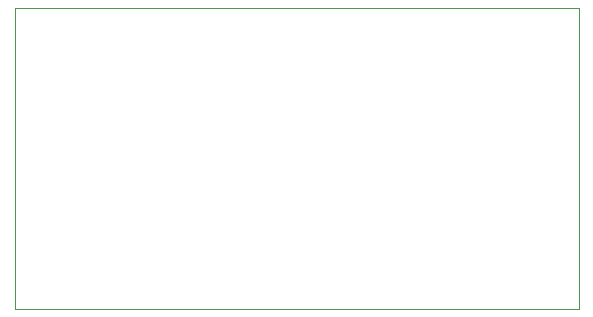
<source format=gko>
%FSLAX25Y25*%
%MOIN*%
G70*
G01*
G75*
G04 Layer_Color=16711935*
%ADD10R,0.02165X0.03740*%
%ADD11R,0.04400X0.05700*%
%ADD12R,0.06890X0.05709*%
%ADD13O,0.02953X0.01181*%
%ADD14R,0.05700X0.04400*%
%ADD15R,0.03937X0.02756*%
%ADD16R,0.02600X0.03800*%
%ADD17R,0.05709X0.05709*%
%ADD18R,0.00984X0.01969*%
%ADD19R,0.01181X0.01969*%
%ADD20R,0.01969X0.00984*%
%ADD21R,0.01969X0.01181*%
%ADD22R,0.08465X0.06299*%
%ADD23O,0.00945X0.02362*%
%ADD24R,0.02200X0.02400*%
%ADD25R,0.17700X0.07100*%
%ADD26R,0.07100X0.14200*%
%ADD27R,0.02400X0.02200*%
%ADD28R,0.05906X0.05906*%
%ADD29R,0.05906X0.04724*%
%ADD30C,0.00800*%
%ADD31C,0.00787*%
%ADD32C,0.01969*%
%ADD33C,0.01181*%
%ADD34C,0.03937*%
%ADD35C,0.02378*%
%ADD36C,0.05906*%
%ADD37R,0.05906X0.05906*%
%ADD38C,0.00984*%
%ADD39C,0.00394*%
%ADD40C,0.00600*%
%ADD41C,0.01000*%
%ADD42R,0.03365X0.04940*%
%ADD43R,0.05600X0.06900*%
%ADD44R,0.08090X0.06909*%
%ADD45O,0.04153X0.02381*%
%ADD46R,0.06900X0.05600*%
%ADD47R,0.05137X0.03956*%
%ADD48R,0.03800X0.05000*%
%ADD49R,0.06909X0.06909*%
%ADD50R,0.02184X0.03169*%
%ADD51R,0.02381X0.03169*%
%ADD52R,0.03169X0.02184*%
%ADD53R,0.03169X0.02381*%
%ADD54R,0.08865X0.06699*%
%ADD55O,0.01345X0.02762*%
%ADD56R,0.03400X0.03600*%
%ADD57R,0.18900X0.08300*%
%ADD58R,0.08300X0.15400*%
%ADD59R,0.03600X0.03400*%
%ADD60R,0.07106X0.07106*%
%ADD61R,0.07106X0.05924*%
%ADD62C,0.03578*%
%ADD63C,0.07106*%
%ADD64R,0.07106X0.07106*%
D39*
X-0Y-100394D02*
X187992D01*
Y0D01*
X-0D02*
X187992D01*
X-0Y-100394D02*
Y0D01*
M02*

</source>
